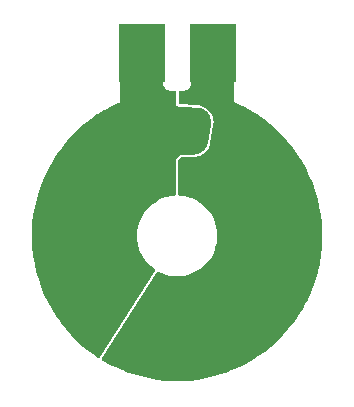
<source format=gbr>
%TF.GenerationSoftware,KiCad,Pcbnew,7.0.10*%
%TF.CreationDate,2024-04-17T21:09:22+12:00*%
%TF.ProjectId,MOTOR_TERMINAL_BREAKOUT_25mm,4d4f544f-525f-4544-9552-4d494e414c5f,v1.2*%
%TF.SameCoordinates,Original*%
%TF.FileFunction,Copper,L2,Bot*%
%TF.FilePolarity,Positive*%
%FSLAX46Y46*%
G04 Gerber Fmt 4.6, Leading zero omitted, Abs format (unit mm)*
G04 Created by KiCad (PCBNEW 7.0.10) date 2024-04-17 21:09:22*
%MOMM*%
%LPD*%
G01*
G04 APERTURE LIST*
G04 Aperture macros list*
%AMHorizOval*
0 Thick line with rounded ends*
0 $1 width*
0 $2 $3 position (X,Y) of the first rounded end (center of the circle)*
0 $4 $5 position (X,Y) of the second rounded end (center of the circle)*
0 Add line between two ends*
20,1,$1,$2,$3,$4,$5,0*
0 Add two circle primitives to create the rounded ends*
1,1,$1,$2,$3*
1,1,$1,$4,$5*%
G04 Aperture macros list end*
%TA.AperFunction,ComponentPad*%
%ADD10R,4.000000X5.000000*%
%TD*%
%TA.AperFunction,ComponentPad*%
%ADD11HorizOval,2.500000X0.611573X0.434141X-0.611573X-0.434141X0*%
%TD*%
%TA.AperFunction,ComponentPad*%
%ADD12HorizOval,2.500000X-0.434141X0.611573X0.434141X-0.611573X0*%
%TD*%
%TA.AperFunction,ComponentPad*%
%ADD13HorizOval,2.500000X-0.739497X0.125077X0.739497X-0.125077X0*%
%TD*%
%TA.AperFunction,ComponentPad*%
%ADD14HorizOval,2.500000X0.125077X0.739497X-0.125077X-0.739497X0*%
%TD*%
G04 APERTURE END LIST*
D10*
%TO.P,N2,1*%
%TO.N,GND*%
X223000000Y-134500000D03*
%TD*%
D11*
%TO.P,M6,1*%
%TO.N,GND*%
X227340000Y-144790000D03*
%TD*%
D10*
%TO.P,N1,1*%
%TO.N,+BATT*%
X217000000Y-134500000D03*
%TD*%
D12*
%TO.P,M3,1*%
%TO.N,+BATT*%
X214790000Y-142660000D03*
%TD*%
D13*
%TO.P,M2,1*%
%TO.N,+BATT*%
X211130000Y-148500000D03*
%TD*%
D11*
%TO.P,M4,1*%
%TO.N,+BATT*%
X212570000Y-155210000D03*
%TD*%
D12*
%TO.P,M5,1*%
%TO.N,GND*%
X225210000Y-157340000D03*
%TD*%
D14*
%TO.P,M1,1*%
%TO.N,+BATT*%
X221500000Y-141130000D03*
%TD*%
%TO.P,M7,1*%
%TO.N,GND*%
X218500000Y-158870000D03*
%TD*%
D13*
%TO.P,M8,1*%
%TO.N,GND*%
X228870000Y-151500000D03*
%TD*%
%TA.AperFunction,Conductor*%
%TO.N,+BATT*%
G36*
X218741621Y-132220502D02*
G01*
X218788114Y-132274158D01*
X218799500Y-132326500D01*
X218799500Y-137068995D01*
X218823345Y-137188867D01*
X218826420Y-137204328D01*
X218879225Y-137331811D01*
X218930447Y-137408471D01*
X218955885Y-137446541D01*
X218955890Y-137446547D01*
X219053452Y-137544109D01*
X219053458Y-137544114D01*
X219168189Y-137620775D01*
X219295672Y-137673580D01*
X219431007Y-137700500D01*
X219431008Y-137700500D01*
X219790867Y-137700500D01*
X219858988Y-137720502D01*
X219905481Y-137774158D01*
X219916865Y-137825985D01*
X219921782Y-139039192D01*
X220359814Y-139049147D01*
X220363738Y-139049297D01*
X220729250Y-139069055D01*
X220734311Y-139069432D01*
X221151494Y-139109164D01*
X221151772Y-139109275D01*
X221151781Y-139109192D01*
X221192362Y-139113151D01*
X221445995Y-139137895D01*
X221511851Y-139164417D01*
X221552914Y-139222334D01*
X221559741Y-139265510D01*
X221493920Y-143017306D01*
X221472726Y-143085066D01*
X221418263Y-143130610D01*
X221369892Y-143141081D01*
X220201783Y-143159191D01*
X220201780Y-143159193D01*
X219883565Y-143499998D01*
X219883564Y-143500000D01*
X219866023Y-146481720D01*
X219845620Y-146549722D01*
X219791692Y-146595899D01*
X219753648Y-146606240D01*
X219449063Y-146639366D01*
X219449035Y-146639371D01*
X219088941Y-146718634D01*
X219088924Y-146718639D01*
X218739497Y-146836374D01*
X218739485Y-146836379D01*
X218404843Y-146991202D01*
X218404836Y-146991206D01*
X218088882Y-147181309D01*
X218088876Y-147181313D01*
X217795331Y-147404461D01*
X217795315Y-147404474D01*
X217527626Y-147658043D01*
X217288912Y-147939080D01*
X217081976Y-148244286D01*
X216909256Y-148570072D01*
X216909252Y-148570081D01*
X216772775Y-148912612D01*
X216772773Y-148912618D01*
X216674124Y-149267922D01*
X216614469Y-149631801D01*
X216594506Y-149999996D01*
X216594506Y-150000003D01*
X216614469Y-150368198D01*
X216674124Y-150732077D01*
X216772773Y-151087381D01*
X216772775Y-151087387D01*
X216875885Y-151346173D01*
X216909257Y-151429930D01*
X217011247Y-151622304D01*
X217031346Y-151660215D01*
X217081978Y-151755716D01*
X217288910Y-152060917D01*
X217288912Y-152060919D01*
X217527626Y-152341956D01*
X217795315Y-152595525D01*
X217795323Y-152595532D01*
X217795330Y-152595538D01*
X218088881Y-152818690D01*
X218088893Y-152818697D01*
X218090145Y-152819546D01*
X218090375Y-152819825D01*
X218091598Y-152820755D01*
X218091379Y-152821042D01*
X218135307Y-152874326D01*
X218143684Y-152944827D01*
X218125655Y-152991629D01*
X213477804Y-160273916D01*
X213424294Y-160320577D01*
X213354052Y-160330901D01*
X213304354Y-160312687D01*
X213149338Y-160214872D01*
X213143449Y-160210921D01*
X212585483Y-159813264D01*
X212579852Y-159809006D01*
X212045132Y-159380580D01*
X212039739Y-159376004D01*
X211529986Y-158918188D01*
X211524845Y-158913303D01*
X211041647Y-158427521D01*
X211036790Y-158422354D01*
X210581712Y-157910187D01*
X210577152Y-157904755D01*
X210383935Y-157660949D01*
X210151586Y-157367766D01*
X210147347Y-157362096D01*
X210057082Y-157234003D01*
X209752662Y-156802007D01*
X209748764Y-156796130D01*
X209386218Y-156214729D01*
X209382643Y-156208620D01*
X209053379Y-155607738D01*
X209050164Y-155601456D01*
X208755231Y-154983010D01*
X208752364Y-154976536D01*
X208492698Y-154342489D01*
X208490196Y-154335854D01*
X208361407Y-153962792D01*
X208266600Y-153688165D01*
X208264491Y-153681448D01*
X208077692Y-153022219D01*
X208075960Y-153015380D01*
X207926546Y-152346685D01*
X207925196Y-152339727D01*
X207879188Y-152060917D01*
X207813644Y-151663711D01*
X207812687Y-151656685D01*
X207808446Y-151617302D01*
X207739340Y-150975431D01*
X207738785Y-150968423D01*
X207703882Y-150284106D01*
X207703721Y-150277078D01*
X207707374Y-149591900D01*
X207707611Y-149584816D01*
X207724673Y-149308268D01*
X207749805Y-148900918D01*
X207750436Y-148893919D01*
X207831042Y-148213470D01*
X207832067Y-148206502D01*
X207950827Y-147531667D01*
X207952241Y-147524774D01*
X208108779Y-146857690D01*
X208110590Y-146850849D01*
X208304403Y-146193657D01*
X208306589Y-146186947D01*
X208537067Y-145541704D01*
X208539635Y-145535108D01*
X208806058Y-144903836D01*
X208808977Y-144897428D01*
X209110508Y-144282116D01*
X209113772Y-144275904D01*
X209449426Y-143678560D01*
X209453069Y-143672484D01*
X209563197Y-143499998D01*
X209821805Y-143094958D01*
X209825737Y-143089165D01*
X210226411Y-142533260D01*
X210230667Y-142527692D01*
X210661970Y-141995224D01*
X210666548Y-141989887D01*
X211127106Y-141482548D01*
X211131980Y-141477473D01*
X211620346Y-140996854D01*
X211625508Y-140992052D01*
X212140154Y-140539658D01*
X212145563Y-140535167D01*
X212684831Y-140112455D01*
X212690509Y-140108257D01*
X213252696Y-139716560D01*
X213258602Y-139712687D01*
X213841934Y-139353242D01*
X213848031Y-139349717D01*
X214450682Y-139023647D01*
X214456978Y-139020467D01*
X215031229Y-138750357D01*
X215036356Y-138748591D01*
X215045762Y-138744061D01*
X215045763Y-138744061D01*
X215081504Y-138726847D01*
X215085733Y-138724907D01*
X215116752Y-138711370D01*
X215116753Y-138711368D01*
X215117713Y-138710950D01*
X215126040Y-138706089D01*
X215128221Y-138704350D01*
X215128224Y-138704349D01*
X215147238Y-138680505D01*
X215154982Y-138671673D01*
X215172083Y-138653918D01*
X215172084Y-138653915D01*
X215178782Y-138643471D01*
X215179471Y-138643912D01*
X215182270Y-138639062D01*
X215185288Y-138632794D01*
X215185287Y-138632794D01*
X215185290Y-138632792D01*
X215190034Y-138612002D01*
X215195576Y-138594034D01*
X215201215Y-138579664D01*
X215200522Y-138542843D01*
X215200500Y-138540473D01*
X215200500Y-132326500D01*
X215220502Y-132258379D01*
X215274158Y-132211886D01*
X215326500Y-132200500D01*
X218673500Y-132200500D01*
X218741621Y-132220502D01*
G37*
%TD.AperFunction*%
%TD*%
%TA.AperFunction,Conductor*%
%TO.N,GND*%
G36*
X224742539Y-132220185D02*
G01*
X224788294Y-132272989D01*
X224799500Y-132324500D01*
X224799500Y-138540510D01*
X224799478Y-138542844D01*
X224798784Y-138579665D01*
X224804476Y-138594172D01*
X224809932Y-138611864D01*
X224814708Y-138632790D01*
X224817445Y-138638473D01*
X224820670Y-138644058D01*
X224821325Y-138643639D01*
X224827918Y-138653920D01*
X224845066Y-138671725D01*
X224852696Y-138680426D01*
X224871775Y-138704348D01*
X224873885Y-138706032D01*
X224882392Y-138710996D01*
X224883247Y-138711369D01*
X224883248Y-138711370D01*
X224913653Y-138724640D01*
X224914288Y-138724917D01*
X224918453Y-138726827D01*
X224954237Y-138744061D01*
X224954238Y-138744061D01*
X224963472Y-138748508D01*
X224968587Y-138750272D01*
X225297475Y-138904970D01*
X225457753Y-138980360D01*
X225543055Y-139020483D01*
X225549282Y-139023629D01*
X226152004Y-139349737D01*
X226158032Y-139353222D01*
X226394722Y-139499069D01*
X226741436Y-139712712D01*
X226747251Y-139716524D01*
X227309550Y-140108299D01*
X227315123Y-140112420D01*
X227854459Y-140535185D01*
X227859828Y-140539643D01*
X228374520Y-140992078D01*
X228379621Y-140996823D01*
X228868060Y-141477514D01*
X228872858Y-141482508D01*
X229301596Y-141954796D01*
X229333469Y-141989907D01*
X229338013Y-141995204D01*
X229769350Y-142527714D01*
X229773587Y-142533257D01*
X230174270Y-143089176D01*
X230178174Y-143094927D01*
X230335879Y-143341929D01*
X230546956Y-143672524D01*
X230550545Y-143678510D01*
X230886240Y-144275927D01*
X230889486Y-144282105D01*
X231191039Y-144897464D01*
X231193932Y-144903815D01*
X231460381Y-145535147D01*
X231462913Y-145541651D01*
X231693424Y-146186986D01*
X231695586Y-146193622D01*
X231889426Y-146850906D01*
X231891211Y-146857653D01*
X232047766Y-147524806D01*
X232049168Y-147531642D01*
X232167937Y-148206528D01*
X232168953Y-148213433D01*
X232249566Y-148893941D01*
X232250192Y-148900892D01*
X232292392Y-149584876D01*
X232292625Y-149591851D01*
X232296278Y-150277096D01*
X232296119Y-150284073D01*
X232261213Y-150968446D01*
X232260662Y-150975404D01*
X232187304Y-151656761D01*
X232186361Y-151663676D01*
X232074795Y-152339775D01*
X232073466Y-152346626D01*
X231924032Y-153015410D01*
X231922319Y-153022176D01*
X231735495Y-153681492D01*
X231733404Y-153688150D01*
X231509787Y-154335901D01*
X231507325Y-154342431D01*
X231247616Y-154976582D01*
X231244790Y-154982964D01*
X230949817Y-155601494D01*
X230946637Y-155607706D01*
X230617331Y-156208666D01*
X230613806Y-156214690D01*
X230251213Y-156796165D01*
X230247355Y-156801981D01*
X229852617Y-157362145D01*
X229848438Y-157367734D01*
X229422819Y-157904791D01*
X229418332Y-157910137D01*
X228963163Y-158422406D01*
X228958383Y-158427490D01*
X228475114Y-158913343D01*
X228470054Y-158918151D01*
X227960226Y-159376034D01*
X227954905Y-159380549D01*
X227420120Y-159809028D01*
X227414553Y-159813237D01*
X226856505Y-160210953D01*
X226850710Y-160214842D01*
X226271172Y-160580531D01*
X226265167Y-160584088D01*
X225665970Y-160916594D01*
X225659775Y-160919807D01*
X225042825Y-161218072D01*
X225036458Y-161220932D01*
X224403704Y-161484016D01*
X224397187Y-161486513D01*
X223750627Y-161713583D01*
X223743980Y-161715709D01*
X223085681Y-161906040D01*
X223078925Y-161907789D01*
X222410950Y-162060785D01*
X222404106Y-162062151D01*
X221728587Y-162177324D01*
X221721676Y-162178303D01*
X221040755Y-162255286D01*
X221033802Y-162255875D01*
X220380488Y-162292690D01*
X220349602Y-162294431D01*
X220342627Y-162294627D01*
X219657373Y-162294627D01*
X219650397Y-162294431D01*
X219617618Y-162292583D01*
X218966197Y-162255875D01*
X218959244Y-162255286D01*
X218278323Y-162178303D01*
X218271412Y-162177324D01*
X217595893Y-162062151D01*
X217589049Y-162060785D01*
X216921074Y-161907789D01*
X216914318Y-161906040D01*
X216256019Y-161715709D01*
X216249372Y-161713583D01*
X215602812Y-161486513D01*
X215596295Y-161484016D01*
X214963541Y-161220932D01*
X214957174Y-161218072D01*
X214340224Y-160919807D01*
X214334029Y-160916594D01*
X213734832Y-160584088D01*
X213728827Y-160580531D01*
X213689569Y-160555759D01*
X213643378Y-160503336D01*
X213632861Y-160434262D01*
X213651213Y-160384186D01*
X218298880Y-153102188D01*
X218303181Y-153093675D01*
X218350980Y-153042719D01*
X218418743Y-153025691D01*
X218465922Y-153037056D01*
X218739486Y-153163620D01*
X218739497Y-153163625D01*
X219088934Y-153281364D01*
X219449052Y-153360632D01*
X219815630Y-153400500D01*
X219815636Y-153400500D01*
X220184364Y-153400500D01*
X220184370Y-153400500D01*
X220550948Y-153360632D01*
X220911066Y-153281364D01*
X221260503Y-153163625D01*
X221595162Y-153008795D01*
X221911119Y-152818690D01*
X222204670Y-152595538D01*
X222472373Y-152341956D01*
X222711090Y-152060917D01*
X222918022Y-151755716D01*
X223090743Y-151429930D01*
X223227227Y-151087379D01*
X223325875Y-150732081D01*
X223344237Y-150620077D01*
X223385529Y-150368213D01*
X223385529Y-150368210D01*
X223385531Y-150368199D01*
X223405494Y-150000000D01*
X223385531Y-149631801D01*
X223378981Y-149591851D01*
X223325877Y-149267931D01*
X223325876Y-149267930D01*
X223325875Y-149267919D01*
X223227227Y-148912621D01*
X223090743Y-148570070D01*
X222918022Y-148244284D01*
X222711090Y-147939083D01*
X222472373Y-147658044D01*
X222204670Y-147404462D01*
X221911119Y-147181310D01*
X221595162Y-146991205D01*
X221595161Y-146991204D01*
X221595157Y-146991202D01*
X221595153Y-146991200D01*
X221260513Y-146836379D01*
X221260508Y-146836377D01*
X221260503Y-146836375D01*
X221090172Y-146778983D01*
X220911065Y-146718635D01*
X220550946Y-146639367D01*
X220182155Y-146599259D01*
X220117637Y-146572442D01*
X220077859Y-146515000D01*
X220071564Y-146475257D01*
X220088301Y-143629999D01*
X220108380Y-143563079D01*
X220121656Y-143546116D01*
X220256361Y-143401849D01*
X220316498Y-143366286D01*
X220345063Y-143362493D01*
X221373078Y-143346556D01*
X221380514Y-143345702D01*
X221413357Y-143341931D01*
X221413361Y-143341929D01*
X221413370Y-143341929D01*
X221461741Y-143331458D01*
X221468637Y-143329840D01*
X221468641Y-143329838D01*
X221475674Y-143327261D01*
X221475795Y-143327592D01*
X221504304Y-143318218D01*
X221729108Y-143281216D01*
X221956638Y-143203665D01*
X222168302Y-143089721D01*
X222358323Y-142942493D01*
X222521520Y-142765997D01*
X222653441Y-142565046D01*
X222750487Y-142345123D01*
X222795106Y-142170546D01*
X223065269Y-140573252D01*
X223080544Y-140393712D01*
X223061223Y-140154107D01*
X223061223Y-140154103D01*
X223002728Y-139920958D01*
X223002726Y-139920949D01*
X222906650Y-139700600D01*
X222775617Y-139499069D01*
X222613200Y-139321854D01*
X222423829Y-139173790D01*
X222423826Y-139173788D01*
X222423823Y-139173786D01*
X222212671Y-139058914D01*
X222212668Y-139058912D01*
X221985489Y-138980361D01*
X221985486Y-138980360D01*
X221985485Y-138980360D01*
X221869631Y-138960765D01*
X221748469Y-138940272D01*
X221740319Y-138940254D01*
X221508084Y-138939742D01*
X221508083Y-138939742D01*
X221506666Y-138939739D01*
X221477463Y-138936184D01*
X221465955Y-138933367D01*
X221465941Y-138933365D01*
X221175226Y-138905003D01*
X221174977Y-138904970D01*
X221171420Y-138904632D01*
X221171140Y-138904605D01*
X221168826Y-138904379D01*
X221168614Y-138904364D01*
X220753888Y-138864866D01*
X220749521Y-138864495D01*
X220744577Y-138864127D01*
X220744524Y-138864123D01*
X220744516Y-138864123D01*
X220740342Y-138863855D01*
X220740325Y-138863854D01*
X220740277Y-138863851D01*
X220374887Y-138844100D01*
X220374876Y-138844099D01*
X220374830Y-138844097D01*
X220371588Y-138843947D01*
X220370541Y-138843907D01*
X220367686Y-138843797D01*
X220365468Y-138843730D01*
X220364483Y-138843700D01*
X220364443Y-138843699D01*
X220364440Y-138843699D01*
X220247160Y-138841033D01*
X220180585Y-138819830D01*
X220136042Y-138766000D01*
X220125979Y-138717570D01*
X220123994Y-138227769D01*
X220122363Y-137825002D01*
X220141776Y-137757884D01*
X220194394Y-137711915D01*
X220246362Y-137700500D01*
X220568995Y-137700500D01*
X220660041Y-137682389D01*
X220704328Y-137673580D01*
X220831811Y-137620775D01*
X220946542Y-137544114D01*
X221044114Y-137446542D01*
X221120775Y-137331811D01*
X221173580Y-137204328D01*
X221200500Y-137068993D01*
X221200500Y-137000000D01*
X221200500Y-136960118D01*
X221200500Y-132324500D01*
X221220185Y-132257461D01*
X221272989Y-132211706D01*
X221324500Y-132200500D01*
X224675500Y-132200500D01*
X224742539Y-132220185D01*
G37*
%TD.AperFunction*%
%TD*%
M02*

</source>
